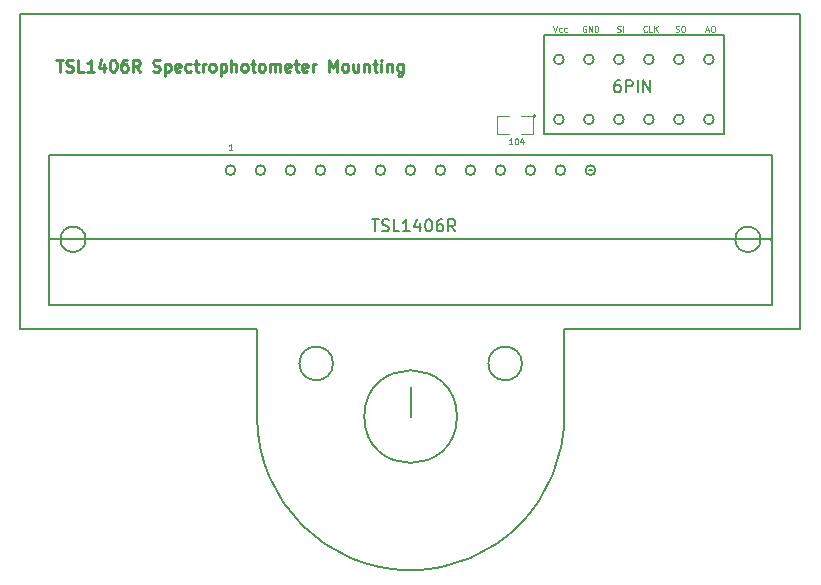
<source format=gto>
G04 (created by PCBNEW (2012-nov-02)-testing) date Thu 24 Jan 2013 15:35:23 EST*
%MOIN*%
G04 Gerber Fmt 3.4, Leading zero omitted, Abs format*
%FSLAX34Y34*%
G01*
G70*
G90*
G04 APERTURE LIST*
%ADD10C,0.006*%
%ADD11C,0.00590551*%
%ADD12C,0.00787402*%
%ADD13C,0.00492126*%
%ADD14C,0.00984252*%
%ADD15C,0.0039*%
%ADD16C,0.0043*%
G04 APERTURE END LIST*
G54D10*
G54D11*
X90167Y-51299D02*
X98041Y-51299D01*
X90171Y-54187D02*
X90171Y-51312D01*
X85088Y-59344D02*
G75*
G03X90171Y-54190I-35J5118D01*
G74*
G01*
X79935Y-54226D02*
G75*
G03X85053Y-59344I5118J0D01*
G74*
G01*
X79935Y-51312D02*
X79935Y-54344D01*
X79541Y-51312D02*
X79935Y-51312D01*
G54D12*
X85053Y-54226D02*
X85053Y-53242D01*
G54D13*
X93887Y-41389D02*
X93916Y-41398D01*
X93962Y-41398D01*
X93981Y-41389D01*
X93991Y-41379D01*
X94000Y-41361D01*
X94000Y-41342D01*
X93991Y-41323D01*
X93981Y-41314D01*
X93962Y-41304D01*
X93925Y-41295D01*
X93906Y-41286D01*
X93897Y-41276D01*
X93887Y-41257D01*
X93887Y-41239D01*
X93897Y-41220D01*
X93906Y-41211D01*
X93925Y-41201D01*
X93972Y-41201D01*
X94000Y-41211D01*
X94122Y-41201D02*
X94159Y-41201D01*
X94178Y-41211D01*
X94197Y-41229D01*
X94206Y-41267D01*
X94206Y-41332D01*
X94197Y-41370D01*
X94178Y-41389D01*
X94159Y-41398D01*
X94122Y-41398D01*
X94103Y-41389D01*
X94084Y-41370D01*
X94075Y-41332D01*
X94075Y-41267D01*
X94084Y-41229D01*
X94103Y-41211D01*
X94122Y-41201D01*
X92930Y-41379D02*
X92920Y-41389D01*
X92892Y-41398D01*
X92873Y-41398D01*
X92845Y-41389D01*
X92826Y-41370D01*
X92817Y-41351D01*
X92808Y-41314D01*
X92808Y-41286D01*
X92817Y-41248D01*
X92826Y-41229D01*
X92845Y-41211D01*
X92873Y-41201D01*
X92892Y-41201D01*
X92920Y-41211D01*
X92930Y-41220D01*
X93108Y-41398D02*
X93014Y-41398D01*
X93014Y-41201D01*
X93173Y-41398D02*
X93173Y-41201D01*
X93286Y-41398D02*
X93201Y-41286D01*
X93286Y-41201D02*
X93173Y-41314D01*
X91944Y-41389D02*
X91972Y-41398D01*
X92019Y-41398D01*
X92037Y-41389D01*
X92047Y-41379D01*
X92056Y-41361D01*
X92056Y-41342D01*
X92047Y-41323D01*
X92037Y-41314D01*
X92019Y-41304D01*
X91981Y-41295D01*
X91962Y-41286D01*
X91953Y-41276D01*
X91944Y-41257D01*
X91944Y-41239D01*
X91953Y-41220D01*
X91962Y-41211D01*
X91981Y-41201D01*
X92028Y-41201D01*
X92056Y-41211D01*
X92140Y-41398D02*
X92140Y-41201D01*
X94897Y-41342D02*
X94991Y-41342D01*
X94878Y-41398D02*
X94944Y-41201D01*
X95009Y-41398D01*
X95112Y-41201D02*
X95150Y-41201D01*
X95169Y-41211D01*
X95187Y-41229D01*
X95197Y-41267D01*
X95197Y-41332D01*
X95187Y-41370D01*
X95169Y-41389D01*
X95150Y-41398D01*
X95112Y-41398D01*
X95094Y-41389D01*
X95075Y-41370D01*
X95065Y-41332D01*
X95065Y-41267D01*
X95075Y-41229D01*
X95094Y-41211D01*
X95112Y-41201D01*
X90897Y-41211D02*
X90878Y-41201D01*
X90850Y-41201D01*
X90822Y-41211D01*
X90803Y-41229D01*
X90794Y-41248D01*
X90784Y-41286D01*
X90784Y-41314D01*
X90794Y-41351D01*
X90803Y-41370D01*
X90822Y-41389D01*
X90850Y-41398D01*
X90869Y-41398D01*
X90897Y-41389D01*
X90906Y-41379D01*
X90906Y-41314D01*
X90869Y-41314D01*
X90991Y-41398D02*
X90991Y-41201D01*
X91103Y-41398D01*
X91103Y-41201D01*
X91197Y-41398D02*
X91197Y-41201D01*
X91244Y-41201D01*
X91272Y-41211D01*
X91290Y-41229D01*
X91300Y-41248D01*
X91309Y-41286D01*
X91309Y-41314D01*
X91300Y-41351D01*
X91290Y-41370D01*
X91272Y-41389D01*
X91244Y-41398D01*
X91197Y-41398D01*
X89812Y-41201D02*
X89878Y-41398D01*
X89944Y-41201D01*
X90094Y-41389D02*
X90075Y-41398D01*
X90037Y-41398D01*
X90019Y-41389D01*
X90009Y-41379D01*
X90000Y-41361D01*
X90000Y-41304D01*
X90009Y-41286D01*
X90019Y-41276D01*
X90037Y-41267D01*
X90075Y-41267D01*
X90094Y-41276D01*
X90262Y-41389D02*
X90244Y-41398D01*
X90206Y-41398D01*
X90187Y-41389D01*
X90178Y-41379D01*
X90169Y-41361D01*
X90169Y-41304D01*
X90178Y-41286D01*
X90187Y-41276D01*
X90206Y-41267D01*
X90244Y-41267D01*
X90262Y-41276D01*
G54D14*
X73244Y-42334D02*
X73469Y-42334D01*
X73357Y-42728D02*
X73357Y-42334D01*
X73582Y-42709D02*
X73638Y-42728D01*
X73732Y-42728D01*
X73769Y-42709D01*
X73788Y-42690D01*
X73807Y-42653D01*
X73807Y-42615D01*
X73788Y-42578D01*
X73769Y-42559D01*
X73732Y-42540D01*
X73657Y-42522D01*
X73619Y-42503D01*
X73601Y-42484D01*
X73582Y-42447D01*
X73582Y-42409D01*
X73601Y-42372D01*
X73619Y-42353D01*
X73657Y-42334D01*
X73751Y-42334D01*
X73807Y-42353D01*
X74163Y-42728D02*
X73976Y-42728D01*
X73976Y-42334D01*
X74500Y-42728D02*
X74275Y-42728D01*
X74388Y-42728D02*
X74388Y-42334D01*
X74350Y-42390D01*
X74313Y-42428D01*
X74275Y-42447D01*
X74838Y-42465D02*
X74838Y-42728D01*
X74744Y-42315D02*
X74650Y-42597D01*
X74894Y-42597D01*
X75119Y-42334D02*
X75157Y-42334D01*
X75194Y-42353D01*
X75213Y-42372D01*
X75232Y-42409D01*
X75250Y-42484D01*
X75250Y-42578D01*
X75232Y-42653D01*
X75213Y-42690D01*
X75194Y-42709D01*
X75157Y-42728D01*
X75119Y-42728D01*
X75082Y-42709D01*
X75063Y-42690D01*
X75044Y-42653D01*
X75025Y-42578D01*
X75025Y-42484D01*
X75044Y-42409D01*
X75063Y-42372D01*
X75082Y-42353D01*
X75119Y-42334D01*
X75588Y-42334D02*
X75513Y-42334D01*
X75475Y-42353D01*
X75457Y-42372D01*
X75419Y-42428D01*
X75400Y-42503D01*
X75400Y-42653D01*
X75419Y-42690D01*
X75438Y-42709D01*
X75475Y-42728D01*
X75550Y-42728D01*
X75588Y-42709D01*
X75607Y-42690D01*
X75625Y-42653D01*
X75625Y-42559D01*
X75607Y-42522D01*
X75588Y-42503D01*
X75550Y-42484D01*
X75475Y-42484D01*
X75438Y-42503D01*
X75419Y-42522D01*
X75400Y-42559D01*
X76019Y-42728D02*
X75888Y-42540D01*
X75794Y-42728D02*
X75794Y-42334D01*
X75944Y-42334D01*
X75982Y-42353D01*
X76000Y-42372D01*
X76019Y-42409D01*
X76019Y-42465D01*
X76000Y-42503D01*
X75982Y-42522D01*
X75944Y-42540D01*
X75794Y-42540D01*
X76469Y-42709D02*
X76525Y-42728D01*
X76619Y-42728D01*
X76656Y-42709D01*
X76675Y-42690D01*
X76694Y-42653D01*
X76694Y-42615D01*
X76675Y-42578D01*
X76656Y-42559D01*
X76619Y-42540D01*
X76544Y-42522D01*
X76506Y-42503D01*
X76488Y-42484D01*
X76469Y-42447D01*
X76469Y-42409D01*
X76488Y-42372D01*
X76506Y-42353D01*
X76544Y-42334D01*
X76638Y-42334D01*
X76694Y-42353D01*
X76863Y-42465D02*
X76863Y-42859D01*
X76863Y-42484D02*
X76900Y-42465D01*
X76975Y-42465D01*
X77013Y-42484D01*
X77031Y-42503D01*
X77050Y-42540D01*
X77050Y-42653D01*
X77031Y-42690D01*
X77013Y-42709D01*
X76975Y-42728D01*
X76900Y-42728D01*
X76863Y-42709D01*
X77369Y-42709D02*
X77331Y-42728D01*
X77256Y-42728D01*
X77219Y-42709D01*
X77200Y-42672D01*
X77200Y-42522D01*
X77219Y-42484D01*
X77256Y-42465D01*
X77331Y-42465D01*
X77369Y-42484D01*
X77388Y-42522D01*
X77388Y-42559D01*
X77200Y-42597D01*
X77725Y-42709D02*
X77688Y-42728D01*
X77613Y-42728D01*
X77575Y-42709D01*
X77556Y-42690D01*
X77538Y-42653D01*
X77538Y-42540D01*
X77556Y-42503D01*
X77575Y-42484D01*
X77613Y-42465D01*
X77688Y-42465D01*
X77725Y-42484D01*
X77838Y-42465D02*
X77988Y-42465D01*
X77894Y-42334D02*
X77894Y-42672D01*
X77913Y-42709D01*
X77950Y-42728D01*
X77988Y-42728D01*
X78119Y-42728D02*
X78119Y-42465D01*
X78119Y-42540D02*
X78137Y-42503D01*
X78156Y-42484D01*
X78194Y-42465D01*
X78231Y-42465D01*
X78419Y-42728D02*
X78381Y-42709D01*
X78362Y-42690D01*
X78344Y-42653D01*
X78344Y-42540D01*
X78362Y-42503D01*
X78381Y-42484D01*
X78419Y-42465D01*
X78475Y-42465D01*
X78512Y-42484D01*
X78531Y-42503D01*
X78550Y-42540D01*
X78550Y-42653D01*
X78531Y-42690D01*
X78512Y-42709D01*
X78475Y-42728D01*
X78419Y-42728D01*
X78719Y-42465D02*
X78719Y-42859D01*
X78719Y-42484D02*
X78756Y-42465D01*
X78831Y-42465D01*
X78869Y-42484D01*
X78887Y-42503D01*
X78906Y-42540D01*
X78906Y-42653D01*
X78887Y-42690D01*
X78869Y-42709D01*
X78831Y-42728D01*
X78756Y-42728D01*
X78719Y-42709D01*
X79075Y-42728D02*
X79075Y-42334D01*
X79244Y-42728D02*
X79244Y-42522D01*
X79225Y-42484D01*
X79187Y-42465D01*
X79131Y-42465D01*
X79094Y-42484D01*
X79075Y-42503D01*
X79487Y-42728D02*
X79450Y-42709D01*
X79431Y-42690D01*
X79412Y-42653D01*
X79412Y-42540D01*
X79431Y-42503D01*
X79450Y-42484D01*
X79487Y-42465D01*
X79544Y-42465D01*
X79581Y-42484D01*
X79600Y-42503D01*
X79619Y-42540D01*
X79619Y-42653D01*
X79600Y-42690D01*
X79581Y-42709D01*
X79544Y-42728D01*
X79487Y-42728D01*
X79731Y-42465D02*
X79881Y-42465D01*
X79787Y-42334D02*
X79787Y-42672D01*
X79806Y-42709D01*
X79844Y-42728D01*
X79881Y-42728D01*
X80068Y-42728D02*
X80031Y-42709D01*
X80012Y-42690D01*
X79994Y-42653D01*
X79994Y-42540D01*
X80012Y-42503D01*
X80031Y-42484D01*
X80068Y-42465D01*
X80125Y-42465D01*
X80162Y-42484D01*
X80181Y-42503D01*
X80200Y-42540D01*
X80200Y-42653D01*
X80181Y-42690D01*
X80162Y-42709D01*
X80125Y-42728D01*
X80068Y-42728D01*
X80368Y-42728D02*
X80368Y-42465D01*
X80368Y-42503D02*
X80387Y-42484D01*
X80425Y-42465D01*
X80481Y-42465D01*
X80518Y-42484D01*
X80537Y-42522D01*
X80537Y-42728D01*
X80537Y-42522D02*
X80556Y-42484D01*
X80593Y-42465D01*
X80650Y-42465D01*
X80687Y-42484D01*
X80706Y-42522D01*
X80706Y-42728D01*
X81043Y-42709D02*
X81006Y-42728D01*
X80931Y-42728D01*
X80893Y-42709D01*
X80875Y-42672D01*
X80875Y-42522D01*
X80893Y-42484D01*
X80931Y-42465D01*
X81006Y-42465D01*
X81043Y-42484D01*
X81062Y-42522D01*
X81062Y-42559D01*
X80875Y-42597D01*
X81175Y-42465D02*
X81325Y-42465D01*
X81231Y-42334D02*
X81231Y-42672D01*
X81250Y-42709D01*
X81287Y-42728D01*
X81325Y-42728D01*
X81606Y-42709D02*
X81568Y-42728D01*
X81493Y-42728D01*
X81456Y-42709D01*
X81437Y-42672D01*
X81437Y-42522D01*
X81456Y-42484D01*
X81493Y-42465D01*
X81568Y-42465D01*
X81606Y-42484D01*
X81625Y-42522D01*
X81625Y-42559D01*
X81437Y-42597D01*
X81793Y-42728D02*
X81793Y-42465D01*
X81793Y-42540D02*
X81812Y-42503D01*
X81831Y-42484D01*
X81868Y-42465D01*
X81906Y-42465D01*
X82337Y-42728D02*
X82337Y-42334D01*
X82468Y-42615D01*
X82599Y-42334D01*
X82599Y-42728D01*
X82843Y-42728D02*
X82806Y-42709D01*
X82787Y-42690D01*
X82768Y-42653D01*
X82768Y-42540D01*
X82787Y-42503D01*
X82806Y-42484D01*
X82843Y-42465D01*
X82899Y-42465D01*
X82937Y-42484D01*
X82956Y-42503D01*
X82974Y-42540D01*
X82974Y-42653D01*
X82956Y-42690D01*
X82937Y-42709D01*
X82899Y-42728D01*
X82843Y-42728D01*
X83312Y-42465D02*
X83312Y-42728D01*
X83143Y-42465D02*
X83143Y-42672D01*
X83162Y-42709D01*
X83199Y-42728D01*
X83256Y-42728D01*
X83293Y-42709D01*
X83312Y-42690D01*
X83499Y-42465D02*
X83499Y-42728D01*
X83499Y-42503D02*
X83518Y-42484D01*
X83556Y-42465D01*
X83612Y-42465D01*
X83649Y-42484D01*
X83668Y-42522D01*
X83668Y-42728D01*
X83799Y-42465D02*
X83949Y-42465D01*
X83856Y-42334D02*
X83856Y-42672D01*
X83874Y-42709D01*
X83912Y-42728D01*
X83949Y-42728D01*
X84080Y-42728D02*
X84080Y-42465D01*
X84080Y-42334D02*
X84062Y-42353D01*
X84080Y-42372D01*
X84099Y-42353D01*
X84080Y-42334D01*
X84080Y-42372D01*
X84268Y-42465D02*
X84268Y-42728D01*
X84268Y-42503D02*
X84287Y-42484D01*
X84324Y-42465D01*
X84380Y-42465D01*
X84418Y-42484D01*
X84437Y-42522D01*
X84437Y-42728D01*
X84793Y-42465D02*
X84793Y-42784D01*
X84774Y-42821D01*
X84755Y-42840D01*
X84718Y-42859D01*
X84662Y-42859D01*
X84624Y-42840D01*
X84793Y-42709D02*
X84755Y-42728D01*
X84680Y-42728D01*
X84643Y-42709D01*
X84624Y-42690D01*
X84605Y-42653D01*
X84605Y-42540D01*
X84624Y-42503D01*
X84643Y-42484D01*
X84680Y-42465D01*
X84755Y-42465D01*
X84793Y-42484D01*
G54D11*
X98047Y-40818D02*
X98047Y-51318D01*
X72047Y-40818D02*
X98047Y-40818D01*
X72047Y-51318D02*
X72047Y-40818D01*
X72047Y-51318D02*
X79547Y-51318D01*
X89494Y-44818D02*
X95494Y-44818D01*
X95494Y-44818D02*
X95494Y-41518D01*
X95494Y-41518D02*
X89594Y-41518D01*
X89594Y-41518D02*
X89494Y-41518D01*
X89494Y-41518D02*
X89494Y-44818D01*
G54D15*
X89233Y-44198D02*
G75*
G03X89233Y-44198I-50J0D01*
G74*
G01*
X88733Y-44198D02*
X89133Y-44198D01*
X89133Y-44198D02*
X89133Y-44798D01*
X89133Y-44798D02*
X88733Y-44798D01*
X88333Y-44798D02*
X87933Y-44798D01*
X87933Y-44798D02*
X87933Y-44198D01*
X87933Y-44198D02*
X88333Y-44198D01*
G54D11*
X94860Y-48320D02*
X97080Y-48320D01*
X97080Y-48320D02*
X97080Y-48330D01*
X97094Y-47625D02*
X97094Y-45500D01*
X97094Y-45500D02*
X94811Y-45500D01*
X94811Y-45500D02*
X94850Y-45500D01*
X97094Y-50500D02*
X97094Y-47665D01*
X94850Y-50500D02*
X97094Y-50500D01*
X91103Y-46000D02*
X91003Y-46000D01*
X73000Y-48320D02*
X94850Y-48320D01*
X73000Y-50500D02*
X73000Y-45500D01*
X73000Y-45500D02*
X94850Y-45500D01*
X94850Y-50500D02*
X73000Y-50500D01*
G54D10*
X92161Y-44318D02*
G75*
G03X92161Y-44318I-166J0D01*
G74*
G01*
X91161Y-44318D02*
G75*
G03X91161Y-44318I-166J0D01*
G74*
G01*
X90161Y-44318D02*
G75*
G03X90161Y-44318I-166J0D01*
G74*
G01*
X90161Y-42318D02*
G75*
G03X90161Y-42318I-166J0D01*
G74*
G01*
X91161Y-42318D02*
G75*
G03X91161Y-42318I-166J0D01*
G74*
G01*
X92161Y-42318D02*
G75*
G03X92161Y-42318I-166J0D01*
G74*
G01*
X93161Y-44318D02*
G75*
G03X93161Y-44318I-166J0D01*
G74*
G01*
X94161Y-44318D02*
G75*
G03X94161Y-44318I-166J0D01*
G74*
G01*
X95161Y-44318D02*
G75*
G03X95161Y-44318I-166J0D01*
G74*
G01*
X95161Y-42318D02*
G75*
G03X95161Y-42318I-166J0D01*
G74*
G01*
X94161Y-42318D02*
G75*
G03X94161Y-42318I-166J0D01*
G74*
G01*
X93161Y-42318D02*
G75*
G03X93161Y-42318I-166J0D01*
G74*
G01*
X79214Y-46011D02*
G75*
G03X79214Y-46011I-166J0D01*
G74*
G01*
X80214Y-46011D02*
G75*
G03X80214Y-46011I-166J0D01*
G74*
G01*
X81214Y-46011D02*
G75*
G03X81214Y-46011I-166J0D01*
G74*
G01*
X82214Y-46011D02*
G75*
G03X82214Y-46011I-166J0D01*
G74*
G01*
X83214Y-46011D02*
G75*
G03X83214Y-46011I-166J0D01*
G74*
G01*
X84214Y-46011D02*
G75*
G03X84214Y-46011I-166J0D01*
G74*
G01*
X85214Y-46011D02*
G75*
G03X85214Y-46011I-166J0D01*
G74*
G01*
X86214Y-46011D02*
G75*
G03X86214Y-46011I-166J0D01*
G74*
G01*
X87214Y-46011D02*
G75*
G03X87214Y-46011I-166J0D01*
G74*
G01*
X88214Y-46011D02*
G75*
G03X88214Y-46011I-166J0D01*
G74*
G01*
X89214Y-46011D02*
G75*
G03X89214Y-46011I-166J0D01*
G74*
G01*
X90214Y-46011D02*
G75*
G03X90214Y-46011I-166J0D01*
G74*
G01*
X91214Y-46011D02*
G75*
G03X91214Y-46011I-166J0D01*
G74*
G01*
X82464Y-52454D02*
G75*
G03X82464Y-52454I-560J0D01*
G74*
G01*
X88763Y-52454D02*
G75*
G03X88763Y-52454I-560J0D01*
G74*
G01*
X86597Y-54226D02*
G75*
G03X86597Y-54226I-1544J0D01*
G74*
G01*
X74222Y-48318D02*
G75*
G03X74222Y-48318I-422J0D01*
G74*
G01*
X96717Y-48318D02*
G75*
G03X96717Y-48318I-422J0D01*
G74*
G01*
G54D11*
X92025Y-43015D02*
X91950Y-43015D01*
X91912Y-43034D01*
X91894Y-43053D01*
X91856Y-43109D01*
X91837Y-43184D01*
X91837Y-43334D01*
X91856Y-43371D01*
X91875Y-43390D01*
X91912Y-43409D01*
X91987Y-43409D01*
X92025Y-43390D01*
X92044Y-43371D01*
X92062Y-43334D01*
X92062Y-43240D01*
X92044Y-43203D01*
X92025Y-43184D01*
X91987Y-43165D01*
X91912Y-43165D01*
X91875Y-43184D01*
X91856Y-43203D01*
X91837Y-43240D01*
X92231Y-43409D02*
X92231Y-43015D01*
X92381Y-43015D01*
X92419Y-43034D01*
X92437Y-43053D01*
X92456Y-43090D01*
X92456Y-43146D01*
X92437Y-43184D01*
X92419Y-43203D01*
X92381Y-43221D01*
X92231Y-43221D01*
X92625Y-43409D02*
X92625Y-43015D01*
X92812Y-43409D02*
X92812Y-43015D01*
X93037Y-43409D01*
X93037Y-43015D01*
G54D16*
X88449Y-45146D02*
X88336Y-45146D01*
X88393Y-45146D02*
X88393Y-44949D01*
X88374Y-44977D01*
X88355Y-44996D01*
X88336Y-45005D01*
X88571Y-44949D02*
X88590Y-44949D01*
X88608Y-44959D01*
X88618Y-44968D01*
X88627Y-44987D01*
X88636Y-45024D01*
X88636Y-45071D01*
X88627Y-45109D01*
X88618Y-45127D01*
X88608Y-45137D01*
X88590Y-45146D01*
X88571Y-45146D01*
X88552Y-45137D01*
X88543Y-45127D01*
X88533Y-45109D01*
X88524Y-45071D01*
X88524Y-45024D01*
X88533Y-44987D01*
X88543Y-44968D01*
X88552Y-44959D01*
X88571Y-44949D01*
X88805Y-45015D02*
X88805Y-45146D01*
X88758Y-44940D02*
X88712Y-45081D01*
X88833Y-45081D01*
G54D11*
X83763Y-47655D02*
X83988Y-47655D01*
X83875Y-48049D02*
X83875Y-47655D01*
X84100Y-48030D02*
X84156Y-48049D01*
X84250Y-48049D01*
X84288Y-48030D01*
X84306Y-48011D01*
X84325Y-47974D01*
X84325Y-47936D01*
X84306Y-47899D01*
X84288Y-47880D01*
X84250Y-47861D01*
X84175Y-47842D01*
X84138Y-47824D01*
X84119Y-47805D01*
X84100Y-47767D01*
X84100Y-47730D01*
X84119Y-47692D01*
X84138Y-47674D01*
X84175Y-47655D01*
X84269Y-47655D01*
X84325Y-47674D01*
X84681Y-48049D02*
X84494Y-48049D01*
X84494Y-47655D01*
X85019Y-48049D02*
X84794Y-48049D01*
X84906Y-48049D02*
X84906Y-47655D01*
X84869Y-47711D01*
X84831Y-47749D01*
X84794Y-47767D01*
X85356Y-47786D02*
X85356Y-48049D01*
X85263Y-47636D02*
X85169Y-47917D01*
X85413Y-47917D01*
X85637Y-47655D02*
X85675Y-47655D01*
X85712Y-47674D01*
X85731Y-47692D01*
X85750Y-47730D01*
X85769Y-47805D01*
X85769Y-47899D01*
X85750Y-47974D01*
X85731Y-48011D01*
X85712Y-48030D01*
X85675Y-48049D01*
X85637Y-48049D01*
X85600Y-48030D01*
X85581Y-48011D01*
X85562Y-47974D01*
X85544Y-47899D01*
X85544Y-47805D01*
X85562Y-47730D01*
X85581Y-47692D01*
X85600Y-47674D01*
X85637Y-47655D01*
X86106Y-47655D02*
X86031Y-47655D01*
X85994Y-47674D01*
X85975Y-47692D01*
X85937Y-47749D01*
X85919Y-47824D01*
X85919Y-47974D01*
X85937Y-48011D01*
X85956Y-48030D01*
X85994Y-48049D01*
X86069Y-48049D01*
X86106Y-48030D01*
X86125Y-48011D01*
X86144Y-47974D01*
X86144Y-47880D01*
X86125Y-47842D01*
X86106Y-47824D01*
X86069Y-47805D01*
X85994Y-47805D01*
X85956Y-47824D01*
X85937Y-47842D01*
X85919Y-47880D01*
X86537Y-48049D02*
X86406Y-47861D01*
X86312Y-48049D02*
X86312Y-47655D01*
X86462Y-47655D01*
X86500Y-47674D01*
X86519Y-47692D01*
X86537Y-47730D01*
X86537Y-47786D01*
X86519Y-47824D01*
X86500Y-47842D01*
X86462Y-47861D01*
X86312Y-47861D01*
G54D13*
X79107Y-45331D02*
X78994Y-45331D01*
X79051Y-45331D02*
X79051Y-45134D01*
X79032Y-45162D01*
X79013Y-45181D01*
X78994Y-45191D01*
G54D11*
M02*

</source>
